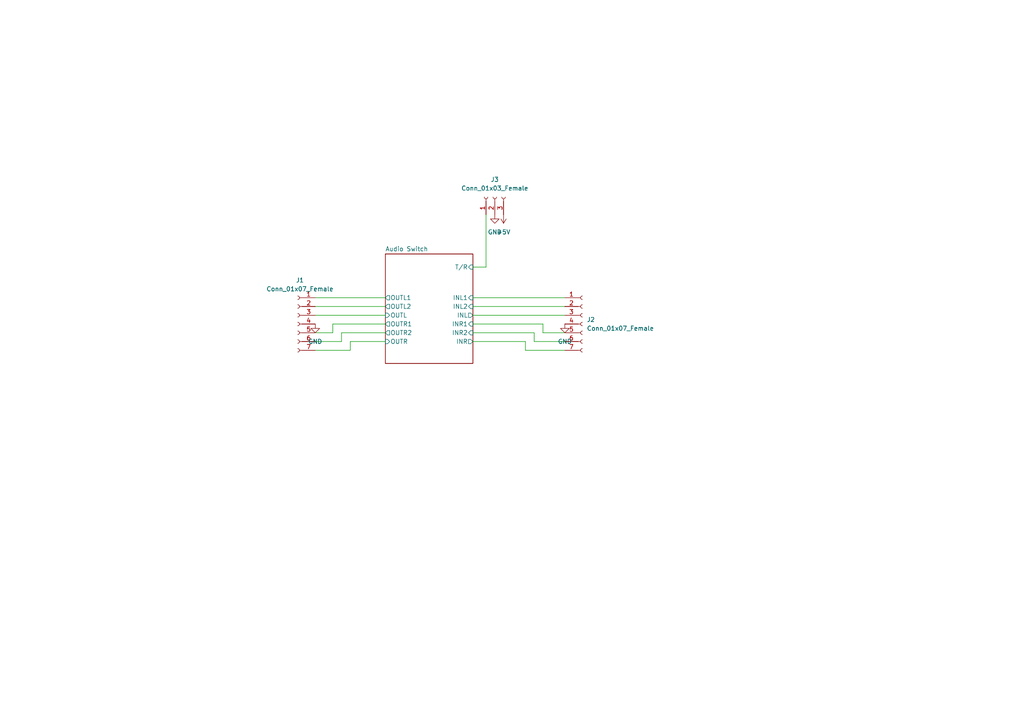
<source format=kicad_sch>
(kicad_sch (version 20211123) (generator eeschema)
  (paper "A4")
  (lib_symbols
    (symbol "Connector:Conn_01x03_Female" (pin_names (offset 1.016) hide)
      (property "Reference" "J" (at 0 5.08 0))
      (property "Value" "Conn_01x03_Female" (at 0 -5.08 0))
      (symbol "Conn_01x03_Female_1_1"
        (arc (start 0 -2.032) (mid -0.508 -2.54) (end 0 -3.048) (stroke (width 0.1524)))
        (polyline (pts (xy -1.27 -2.54) (xy -0.508 -2.54)) (stroke (width 0.1524)))
        (polyline (pts (xy -1.27 0) (xy -0.508 0)) (stroke (width 0.1524)))
        (polyline (pts (xy -1.27 2.54) (xy -0.508 2.54)) (stroke (width 0.1524)))
        (arc (start 0 0.508) (mid -0.508 0) (end 0 -0.508) (stroke (width 0.1524)))
        (arc (start 0 3.048) (mid -0.508 2.54) (end 0 2.032) (stroke (width 0.1524)))
        (pin passive line (at -5.08 2.54 0) (length 3.81) (name "Pin_1") (number "1"))
        (pin passive line (at -5.08 0 0) (length 3.81) (name "Pin_2") (number "2"))
        (pin passive line (at -5.08 -2.54 0) (length 3.81) (name "Pin_3") (number "3"))
      )
    )
    (symbol "Connector:Conn_01x07_Female" (pin_names (offset 1.016) hide)
      (property "Reference" "J" (at 0 10.16 0))
      (property "Value" "Conn_01x07_Female" (at 0 -10.16 0))
      (symbol "Conn_01x07_Female_1_1"
        (arc (start 0 -7.112) (mid -0.508 -7.62) (end 0 -8.128) (stroke (width 0.1524)))
        (arc (start 0 -4.572) (mid -0.508 -5.08) (end 0 -5.588) (stroke (width 0.1524)))
        (arc (start 0 -2.032) (mid -0.508 -2.54) (end 0 -3.048) (stroke (width 0.1524)))
        (polyline (pts (xy -1.27 -7.62) (xy -0.508 -7.62)) (stroke (width 0.1524)))
        (polyline (pts (xy -1.27 -5.08) (xy -0.508 -5.08)) (stroke (width 0.1524)))
        (polyline (pts (xy -1.27 -2.54) (xy -0.508 -2.54)) (stroke (width 0.1524)))
        (polyline (pts (xy -1.27 0) (xy -0.508 0)) (stroke (width 0.1524)))
        (polyline (pts (xy -1.27 2.54) (xy -0.508 2.54)) (stroke (width 0.1524)))
        (polyline (pts (xy -1.27 5.08) (xy -0.508 5.08)) (stroke (width 0.1524)))
        (polyline (pts (xy -1.27 7.62) (xy -0.508 7.62)) (stroke (width 0.1524)))
        (arc (start 0 0.508) (mid -0.508 0) (end 0 -0.508) (stroke (width 0.1524)))
        (arc (start 0 3.048) (mid -0.508 2.54) (end 0 2.032) (stroke (width 0.1524)))
        (arc (start 0 5.588) (mid -0.508 5.08) (end 0 4.572) (stroke (width 0.1524)))
        (arc (start 0 8.128) (mid -0.508 7.62) (end 0 7.112) (stroke (width 0.1524)))
        (pin passive line (at -5.08 7.62 0) (length 3.81) (name "Pin_1") (number "1"))
        (pin passive line (at -5.08 5.08 0) (length 3.81) (name "Pin_2") (number "2"))
        (pin passive line (at -5.08 2.54 0) (length 3.81) (name "Pin_3") (number "3"))
        (pin passive line (at -5.08 0 0) (length 3.81) (name "Pin_4") (number "4"))
        (pin passive line (at -5.08 -2.54 0) (length 3.81) (name "Pin_5") (number "5"))
        (pin passive line (at -5.08 -5.08 0) (length 3.81) (name "Pin_6") (number "6"))
        (pin passive line (at -5.08 -7.62 0) (length 3.81) (name "Pin_7") (number "7"))
      )
    )
    (symbol "power:+5V" (power) (pin_names (offset 0))
      (property "Value" "+5V" (at 0 3.556 0))
      (symbol "+5V_0_1"
        (polyline (pts (xy -0.762 1.27) (xy 0 2.54)))
        (polyline (pts (xy 0 0) (xy 0 2.54)))
        (polyline (pts (xy 0 2.54) (xy 0.762 1.27)))
      )
      (symbol "+5V_1_1"
        (pin power_in line (at 0 0 90) (length 0) hide (name "+5V") (number "1"))
      )
    )
    (symbol "power:GND" (power) (pin_names (offset 0))
      (property "Value" "GND" (at 0 -3.81 0))
      (symbol "GND_0_1"
        (polyline (pts (xy 0 0) (xy 0 -1.27) (xy 1.27 -1.27) (xy 0 -2.54) (xy -1.27 -1.27) (xy 0 -1.27)))
      )
      (symbol "GND_1_1"
        (pin power_in line (at 0 0 270) (length 0) hide (name "GND") (number "1"))
      )
    )
  )
  (wire (pts (xy 91.44 86.36) (xy 111.76 86.36)))
  (wire (pts (xy 96.52 93.98) (xy 111.76 93.98)))
  (wire (pts (xy 163.83 99.06) (xy 154.94 99.06)))
  (wire (pts (xy 91.44 96.52) (xy 96.52 96.52)))
  (wire (pts (xy 157.48 96.52) (xy 163.83 96.52)))
  (wire (pts (xy 99.06 96.52) (xy 111.76 96.52)))
  (wire (pts (xy 140.97 77.47) (xy 137.16 77.47)))
  (wire (pts (xy 99.06 99.06) (xy 99.06 96.52)))
  (wire (pts (xy 91.44 88.9) (xy 111.76 88.9)))
  (wire (pts (xy 163.83 101.6) (xy 152.4 101.6)))
  (wire (pts (xy 96.52 96.52) (xy 96.52 93.98)))
  (wire (pts (xy 101.6 99.06) (xy 111.76 99.06)))
  (wire (pts (xy 91.44 91.44) (xy 111.76 91.44)))
  (wire (pts (xy 154.94 99.06) (xy 154.94 96.52)))
  (wire (pts (xy 91.44 101.6) (xy 101.6 101.6)))
  (wire (pts (xy 137.16 91.44) (xy 163.83 91.44)))
  (wire (pts (xy 137.16 86.36) (xy 163.83 86.36)))
  (wire (pts (xy 137.16 93.98) (xy 157.48 93.98)))
  (wire (pts (xy 152.4 101.6) (xy 152.4 99.06)))
  (wire (pts (xy 137.16 96.52) (xy 154.94 96.52)))
  (wire (pts (xy 101.6 101.6) (xy 101.6 99.06)))
  (wire (pts (xy 91.44 99.06) (xy 99.06 99.06)))
  (wire (pts (xy 152.4 99.06) (xy 137.16 99.06)))
  (wire (pts (xy 137.16 88.9) (xy 163.83 88.9)))
  (wire (pts (xy 140.97 62.23) (xy 140.97 77.47)))
  (wire (pts (xy 157.48 93.98) (xy 157.48 96.52)))
  (symbol (lib_id "power:GND") (at 143.51 62.23 0) (unit 1)
    (property "Reference" "#PWR0103" (effects hide))
    (property "Value" "GND" (at 143.51 67.31 0))
  )
  (symbol (lib_id "Connector:Conn_01x07_Female") (at 86.36 93.98 0) (mirror y) (unit 1)
    (property "Reference" "J1" (at 86.995 81.28 0))
    (property "Value" "Conn_01x07_Female" (at 86.995 83.82 0))
    (property "Footprint" "Connector_PinSocket_2.54mm:PinSocket_1x07_P2.54mm_Vertical" (effects hide))
  )
  (symbol (lib_id "Connector:Conn_01x07_Female") (at 168.91 93.98 0) (unit 1)
    (property "Reference" "J2" (at 170.18 92.7099 0) (effects (justify left)))
    (property "Value" "Conn_01x07_Female" (at 170.18 95.2499 0) (effects (justify left)))
    (property "Footprint" "Connector_PinSocket_2.54mm:PinSocket_1x07_P2.54mm_Vertical" (effects hide))
  )
  (symbol (lib_id "Connector:Conn_01x03_Female") (at 143.51 57.15 90) (unit 1)
    (property "Reference" "J3" (at 143.51 52.07 90))
    (property "Value" "Conn_01x03_Female" (at 143.51 54.61 90))
    (property "Footprint" "Connector_PinSocket_2.54mm:PinSocket_1x03_P2.54mm_Vertical" (effects hide))
  )
  (symbol (lib_id "power:+5V") (at 146.05 62.23 180) (unit 1)
    (property "Reference" "#PWR0102" (effects hide))
    (property "Value" "+5V" (at 146.05 67.31 0))
  )
  (symbol (lib_id "power:GND") (at 163.83 93.98 0) (unit 1)
    (property "Reference" "#PWR0105" (effects hide))
    (property "Value" "GND" (at 163.83 99.06 0))
  )
  (symbol (lib_id "power:GND") (at 91.44 93.98 0) (unit 1)
    (property "Reference" "#PWR0104" (effects hide))
    (property "Value" "GND" (at 91.44 99.06 0))
  )
  (sheet (at 111.76 73.66) (size 25.4 31.75) (stroke (width 0.1524))
    (property "Sheet name" "Audio Switch" (at 111.76 72.9484 0) (effects (justify left bottom)))
    (property "Sheet file" "../SDR-Transceiver/audio-switch.kicad_sch" (effects hide))
    (pin "OUTR" input (at 111.76 99.06 180))
    (pin "OUTL" input (at 111.76 91.44 180))
    (pin "OUTL2" output (at 111.76 88.9 180))
    (pin "OUTL1" output (at 111.76 86.36 180))
    (pin "OUTR2" output (at 111.76 96.52 180))
    (pin "OUTR1" output (at 111.76 93.98 180))
    (pin "T{slash}R" input (at 137.16 77.47 0))
    (pin "INR" output (at 137.16 99.06 0))
    (pin "INR2" input (at 137.16 96.52 0))
    (pin "INR1" input (at 137.16 93.98 0))
    (pin "INL" output (at 137.16 91.44 0))
    (pin "INL2" input (at 137.16 88.9 0))
    (pin "INL1" input (at 137.16 86.36 0))
  )
)
</source>
